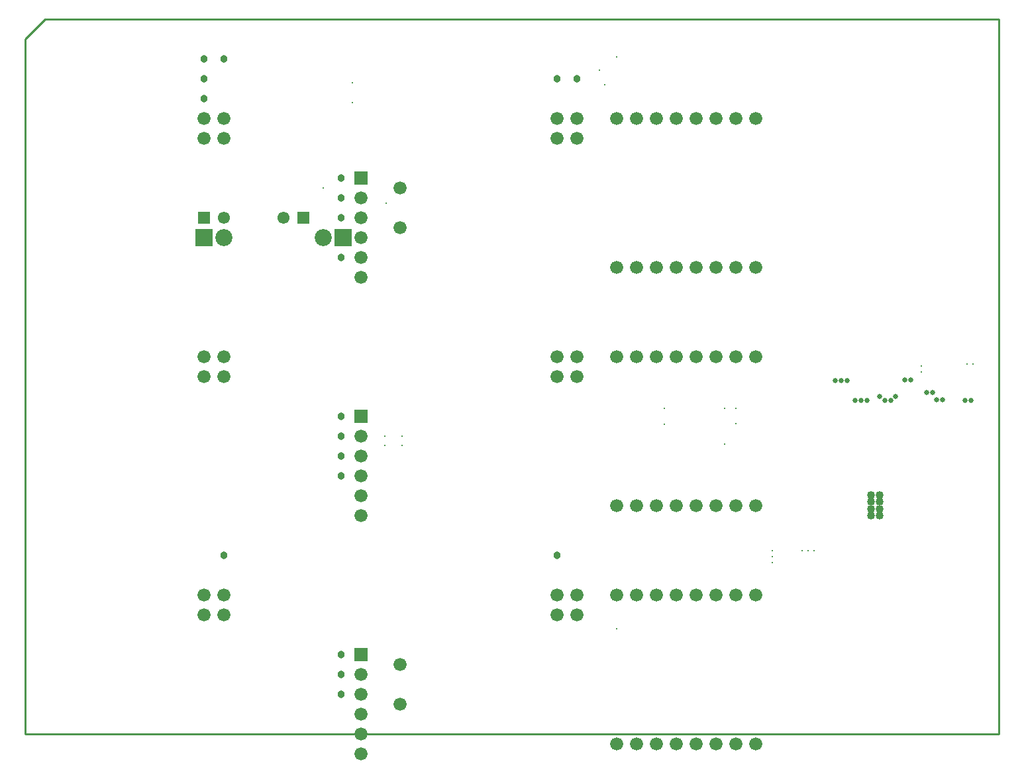
<source format=gbr>
G04 This is an RS-274x file exported by *
G04 gerbv version 2.7.0 *
G04 More information is available about gerbv at *
G04 http://gerbv.geda-project.org/ *
G04 --End of header info--*
%MOIN*%
%FSLAX36Y36*%
%IPPOS*%
G04 --Define apertures--*
%ADD10C,0.0100*%
%ADD11C,0.0660*%
%ADD12C,0.0260*%
%ADD13C,0.0001*%
%ADD14C,0.0610*%
%ADD15C,0.0860*%
%ADD16C,0.0400*%
%ADD17C,0.0380*%
%ADD18C,0.0500*%
%ADD19C,0.0300*%
%ADD20C,0.0130*%
G04 --Start main section--*
G01X0000000Y0000000D02*
G54D10*
G01X0000000Y3900000D02*
G01X0100000Y4000000D01*
G01X0100000Y4000000D02*
G01X4900000Y4000000D01*
G01X4900000Y4000000D02*
G01X4900000Y0400000D01*
G01X4900000Y0400000D02*
G01X0000000Y0400000D01*
G01X0000000Y0400000D02*
G01X0000000Y3900000D01*
G01X0000000Y0000000D02*
G54D11*
G01X3675000Y1550000D03*
G01X3075000Y2300000D03*
G01X3175000Y2300000D03*
G01X3275000Y2300000D03*
G01X3375000Y2300000D03*
G01X3475000Y2300000D03*
G01X3575000Y2300000D03*
G01X3675000Y2300000D03*
G54D12*
G01X4584990Y2085000D03*
G01X4380000Y2100000D03*
G01X4615000Y2085000D03*
G01X4730000Y2080000D03*
G01X4760000Y2080000D03*
G01X4535000Y2120000D03*
G01X4565000Y2120000D03*
G01X4425000Y2185000D03*
G01X4455000Y2185000D03*
G01X4300000Y2100000D03*
G01X4325000Y2080000D03*
G01X4355000Y2080000D03*
G01X4175000Y2080000D03*
G01X4205000Y2080000D03*
G01X4235000Y2080000D03*
G01X4075000Y2180000D03*
G01X4105000Y2180000D03*
G01X4135000Y2180000D03*
G54D11*
G01X3275000Y1550000D03*
G01X3375000Y1550000D03*
G01X3475000Y1550000D03*
G01X3575000Y1550000D03*
G01X2975000Y1550000D03*
G01X3075000Y1550000D03*
G01X3175000Y1550000D03*
G01X2675000Y1100000D03*
G01X2775000Y1100000D03*
G01X2675000Y1000000D03*
G01X2775000Y1000000D03*
G01X3375000Y1100000D03*
G01X3275000Y1100000D03*
G01X3175000Y1100000D03*
G01X3075000Y1100000D03*
G01X2975000Y1100000D03*
G01X3675000Y1100000D03*
G01X3575000Y1100000D03*
G01X3475000Y1100000D03*
G01X3675000Y0350000D03*
G01X3575000Y0350000D03*
G01X3475000Y0350000D03*
G01X3375000Y0350000D03*
G01X3275000Y0350000D03*
G01X3175000Y0350000D03*
G01X3075000Y0350000D03*
G01X2975000Y0350000D03*
G01X1000000Y2300000D03*
G01X1000000Y2200000D03*
G01X0900000Y2200000D03*
G01X0900000Y2300000D03*
G01X0900000Y1100000D03*
G01X0900000Y1000000D03*
G01X1000000Y1000000D03*
G01X1000000Y1100000D03*
G54D13*
G36*
G01X1657000Y0833000D02*
G01X1657000Y0767000D01*
G01X1723000Y0767000D01*
G01X1723000Y0833000D01*
G01X1657000Y0833000D01*
G37*
G54D11*
G01X1690000Y0700000D03*
G01X1690000Y0600000D03*
G01X1690000Y0500000D03*
G01X1690000Y0400000D03*
G01X1690000Y0300000D03*
G01X1885000Y0750000D03*
G01X1885000Y0550000D03*
G54D13*
G36*
G01X1657000Y2033000D02*
G01X1657000Y1967000D01*
G01X1723000Y1967000D01*
G01X1723000Y2033000D01*
G01X1657000Y2033000D01*
G37*
G54D11*
G01X1690000Y1900000D03*
G01X1690000Y1800000D03*
G01X1690000Y1700000D03*
G01X1690000Y1600000D03*
G01X1690000Y1500000D03*
G54D13*
G36*
G01X1657000Y3233000D02*
G01X1657000Y3167000D01*
G01X1723000Y3167000D01*
G01X1723000Y3233000D01*
G01X1657000Y3233000D01*
G37*
G54D11*
G01X1885000Y3150000D03*
G01X1690000Y3100000D03*
G01X1690000Y3000000D03*
G01X1885000Y2950000D03*
G01X1690000Y2900000D03*
G54D13*
G36*
G01X1557000Y2943000D02*
G01X1557000Y2857000D01*
G01X1643000Y2857000D01*
G01X1643000Y2943000D01*
G01X1557000Y2943000D01*
G37*
G54D11*
G01X1690000Y2800000D03*
G01X1690000Y2700000D03*
G01X0900000Y3500000D03*
G01X0900000Y3400000D03*
G01X1000000Y3400000D03*
G01X1000000Y3500000D03*
G54D13*
G36*
G01X0869500Y3030500D02*
G01X0869500Y2969500D01*
G01X0930500Y2969500D01*
G01X0930500Y3030500D01*
G01X0869500Y3030500D01*
G37*
G54D14*
G01X1300000Y3000000D03*
G54D15*
G01X1000000Y2900000D03*
G54D14*
G01X1000000Y3000000D03*
G54D13*
G36*
G01X0857000Y2943000D02*
G01X0857000Y2857000D01*
G01X0943000Y2857000D01*
G01X0943000Y2943000D01*
G01X0857000Y2943000D01*
G37*
G54D15*
G01X1500000Y2900000D03*
G54D13*
G36*
G01X1369500Y3030500D02*
G01X1369500Y2969500D01*
G01X1430500Y2969500D01*
G01X1430500Y3030500D01*
G01X1369500Y3030500D01*
G37*
G54D11*
G01X2975000Y2300000D03*
G01X2775000Y2300000D03*
G01X2775000Y2200000D03*
G01X2675000Y2200000D03*
G01X2675000Y2300000D03*
G01X2675000Y3500000D03*
G01X2675000Y3400000D03*
G01X2775000Y3400000D03*
G01X2775000Y3500000D03*
G01X2975000Y3500000D03*
G01X2975000Y2750000D03*
G01X3675000Y2750000D03*
G01X3675000Y3500000D03*
G01X3575000Y2750000D03*
G01X3475000Y2750000D03*
G01X3375000Y2750000D03*
G01X3275000Y2750000D03*
G01X3175000Y2750000D03*
G01X3075000Y2750000D03*
G01X3575000Y3500000D03*
G01X3475000Y3500000D03*
G01X3375000Y3500000D03*
G01X3275000Y3500000D03*
G01X3175000Y3500000D03*
G01X3075000Y3500000D03*
G54D16*
G01X4255000Y1535000D03*
G01X4255000Y1570000D03*
G01X4255000Y1605000D03*
G01X4255000Y1500000D03*
G01X4300000Y1570000D03*
G01X4300000Y1605000D03*
G01X4300000Y1500000D03*
G01X4300000Y1535000D03*
G01X0000000Y0000000D02*
G54D10*
G01X1500000Y3150000D03*
G01X1645000Y3680000D03*
G01X1645000Y3580000D03*
G01X1810000Y1900000D03*
G01X1810000Y1855000D03*
G01X1815000Y3075000D03*
G01X1895000Y1900000D03*
G01X1895000Y1855000D03*
G01X2890000Y3745000D03*
G01X2915000Y3670000D03*
G01X2975000Y3810000D03*
G01X2975000Y0930000D03*
G01X3215000Y2040000D03*
G01X3215000Y1960000D03*
G01X3520000Y2040000D03*
G01X3520000Y1860000D03*
G01X3575000Y2040000D03*
G01X3575000Y1965000D03*
G01X3760000Y1325000D03*
G01X3760000Y1295000D03*
G01X3760000Y1265000D03*
G01X3910000Y1325000D03*
G01X3940000Y1325000D03*
G01X3970000Y1325000D03*
G01X4075000Y2180000D03*
G01X4105000Y2180000D03*
G01X4135000Y2180000D03*
G01X4175000Y2080000D03*
G01X4205000Y2080000D03*
G01X4235000Y2080000D03*
G01X4300000Y2100000D03*
G01X4325000Y2080000D03*
G01X4355000Y2080000D03*
G01X4380000Y2100000D03*
G01X4425000Y2185000D03*
G01X4455000Y2185000D03*
G01X4510000Y2255000D03*
G01X4510000Y2225000D03*
G01X4535000Y2120000D03*
G01X4565000Y2120000D03*
G01X4585000Y2085000D03*
G01X4615000Y2085000D03*
G01X4730000Y2080000D03*
G01X4740000Y2265000D03*
G01X4760000Y2080000D03*
G01X4770000Y2265000D03*
G54D20*
G01X4255000Y1605000D03*
G01X4255000Y1570000D03*
G01X4255000Y1535000D03*
G01X4255000Y1500000D03*
G01X4300000Y1605000D03*
G01X4300000Y1570000D03*
G01X4300000Y1535000D03*
G01X4300000Y1500000D03*
G54D19*
G01X0900000Y3000000D03*
G01X1000000Y3000000D03*
G01X1300000Y3000000D03*
G01X1400000Y3000000D03*
G54D17*
G01X0900000Y3800000D03*
G01X0900000Y3700000D03*
G01X0900000Y3600000D03*
G01X0900000Y3500000D03*
G01X0900000Y3400000D03*
G01X0900000Y2300000D03*
G01X0900000Y2200000D03*
G01X0900000Y1100000D03*
G01X0900000Y1000000D03*
G01X1000000Y3800000D03*
G01X1000000Y3500000D03*
G01X1000000Y3400000D03*
G01X1000000Y2300000D03*
G01X1000000Y2200000D03*
G01X1000000Y1300000D03*
G01X1000000Y1100000D03*
G01X1000000Y1000000D03*
G01X1590000Y3200000D03*
G01X1590000Y3100000D03*
G01X1590000Y3000000D03*
G01X1590000Y2800000D03*
G01X1590000Y2000000D03*
G01X1590000Y1900000D03*
G01X1590000Y1800000D03*
G01X1590000Y1700000D03*
G01X1590000Y0800000D03*
G01X1590000Y0700000D03*
G01X1590000Y0600000D03*
G01X1690000Y3200000D03*
G01X1690000Y3100000D03*
G01X1690000Y3000000D03*
G01X1690000Y2900000D03*
G01X1690000Y2800000D03*
G01X1690000Y2700000D03*
G01X1690000Y2000000D03*
G01X1690000Y1900000D03*
G01X1690000Y1800000D03*
G01X1690000Y1700000D03*
G01X1690000Y1600000D03*
G01X1690000Y1500000D03*
G01X1690000Y0800000D03*
G01X1690000Y0700000D03*
G01X1690000Y0600000D03*
G01X1690000Y0500000D03*
G01X1690000Y0400000D03*
G01X1690000Y0300000D03*
G01X1885000Y3150000D03*
G01X1885000Y2950000D03*
G01X1885000Y0750000D03*
G01X1885000Y0550000D03*
G01X2675000Y3700000D03*
G01X2675000Y3500000D03*
G01X2675000Y3400000D03*
G01X2675000Y2300000D03*
G01X2675000Y2200000D03*
G01X2675000Y1300000D03*
G01X2675000Y1100000D03*
G01X2675000Y1000000D03*
G01X2775000Y3700000D03*
G01X2775000Y3500000D03*
G01X2775000Y3400000D03*
G01X2775000Y2300000D03*
G01X2775000Y2200000D03*
G01X2775000Y1100000D03*
G01X2775000Y1000000D03*
G01X2975000Y3500000D03*
G01X2975000Y2750000D03*
G01X2975000Y2300000D03*
G01X2975000Y1550000D03*
G01X2975000Y1100000D03*
G01X2975000Y0350000D03*
G01X3075000Y3500000D03*
G01X3075000Y2750000D03*
G01X3075000Y2300000D03*
G01X3075000Y1550000D03*
G01X3075000Y1100000D03*
G01X3075000Y0350000D03*
G01X3175000Y3500000D03*
G01X3175000Y2750000D03*
G01X3175000Y2300000D03*
G01X3175000Y1550000D03*
G01X3175000Y1100000D03*
G01X3175000Y0350000D03*
G01X3275000Y3500000D03*
G01X3275000Y2750000D03*
G01X3275000Y2300000D03*
G01X3275000Y1550000D03*
G01X3275000Y1100000D03*
G01X3275000Y0350000D03*
G01X3375000Y3500000D03*
G01X3375000Y2750000D03*
G01X3375000Y2300000D03*
G01X3375000Y1550000D03*
G01X3375000Y1100000D03*
G01X3375000Y0350000D03*
G01X3475000Y3500000D03*
G01X3475000Y2750000D03*
G01X3475000Y2300000D03*
G01X3475000Y1550000D03*
G01X3475000Y1100000D03*
G01X3475000Y0350000D03*
G01X3575000Y3500000D03*
G01X3575000Y2750000D03*
G01X3575000Y2300000D03*
G01X3575000Y1550000D03*
G01X3575000Y1100000D03*
G01X3575000Y0350000D03*
G01X3675000Y3500000D03*
G01X3675000Y2750000D03*
G01X3675000Y2300000D03*
G01X3675000Y1550000D03*
G01X3675000Y1100000D03*
G01X3675000Y0350000D03*
G54D18*
G01X0900000Y2900000D03*
G01X1000000Y2900000D03*
G01X1500000Y2900000D03*
G01X1600000Y2900000D03*
M02*

</source>
